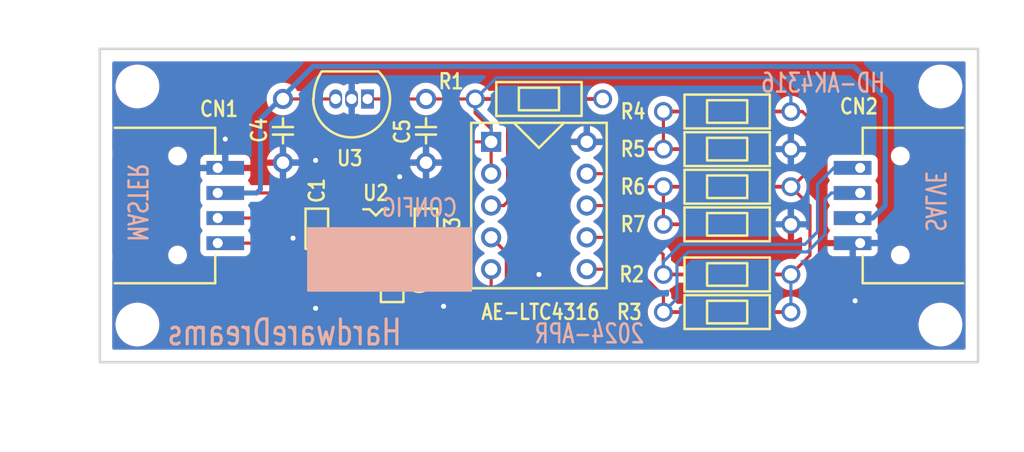
<source format=kicad_pcb>
(kicad_pcb (version 20221018) (generator pcbnew)
  (layers (0 "F.Cu" signal) (31 "B.Cu" signal) (34 "B.Paste" user) (35 "F.Paste" user) (36 "B.SilkS" user "B.Silkscreen") (37 "F.SilkS" user "F.Silkscreen") (38 "B.Mask" user) (39 "F.Mask" user) (44 "Edge.Cuts" user))
  (net 0 "")
  (net 1 "Net-(U1-SCLIN)")
  (net 2 "Net-(U1-SDAIN)")
  (net 3 "Net-(U1-SCLOUT)")
  (net 4 "Net-(U1-SDAOUT)")
  (net 5 "Net-(U1-XORH)")
  (net 6 "Net-(U1-XORL)")
  (net 7 "+5V")
  (net 8 "GND")
  (net 9 "Net-(U2-BYP)")
  (net 10 "+3V3")
  (net 11 "Net-(U1-READY)")
  (footprint "generic:generic-R1608-thru" (layer "F.Cu") (at 175 64)
    (fp_text reference "R7" (at -7.5 0 unlocked) (layer "F.SilkS") (effects (font (size 1.2 1) (thickness 0.2) bold)))
    (fp_text value "1000k" hide)
    (fp_line (start -3.4 -1.35) (end -3.4 1.35) (stroke (width 0.2)) (layer "F.SilkS"))
    (fp_line (start -3.4 1.35) (end 3.4 1.35) (stroke (width 0.2)) (layer "F.SilkS"))
    (fp_line (start 3.4 -1.35) (end -3.4 -1.35) (stroke (width 0.2)) (layer "F.SilkS"))
    (fp_line (start 3.4 1.35) (end 3.4 -1.35) (stroke (width 0.2)) (layer "F.SilkS"))
    (fp_rect (start -1.6 -0.9) (end 1.6 0.9) (stroke (width 0.2)) (fill none) (layer "F.SilkS"))
    (pad "1" thru_hole circle (at -5.08 0) (size 1.5 1.5) (drill 1) (layers "*.Cu" "*.Mask") (net 6 "Net-(U1-XORL)"))
    (pad "1" smd rect (at -2.93 0) (size 4.54 0.3) (layers "F.Cu") (net 6 "Net-(U1-XORL)"))
    (pad "1" smd rect (at -0.8 0) (size 0.8 0.8) (layers "F.Cu" "F.Paste" "F.Mask") (net 6 "Net-(U1-XORL)"))
    (pad "2" smd rect (at 0.8 0) (size 0.8 0.8) (layers "F.Cu" "F.Paste" "F.Mask") (net 8 "GND"))
    (pad "2" smd rect (at 3 0) (size 4.54 0.3) (layers "F.Cu") (net 8 "GND"))
    (pad "2" thru_hole circle (at 5.08 0) (size 1.5 1.5) (drill 1) (layers "*.Cu" "*.Mask") (net 8 "GND"))
  )
  (footprint "Akizuki:AE-LTC4316" (layer "F.Cu") (at 160 62.5 -90)
    (fp_text reference "U1" (at 5.6 7 unlocked) (layer "F.SilkS") (effects (font (size 1.2 1) (thickness 0.2) bold)))
    (fp_text value "AE-LTC4316")
    (fp_line (start -6.6 -2) (end -4.6 0) (stroke (width 0.2)) (layer "F.SilkS"))
    (fp_line (start -6.6 2) (end -4.6 0) (stroke (width 0.2)) (layer "F.SilkS"))
    (fp_rect (start -6.6 -5.4) (end 6.6 5.4) (stroke (width 0.2)) (fill none) (layer "F.SilkS"))
    (pad "1" thru_hole rect (at -5.08 3.81 270) (size 1.6 1.6) (drill 1) (layers "*.Cu" "*.Mask") (net 10 "+3V3"))
    (pad "2" thru_hole circle (at -2.54 3.81 270) (size 1.6 1.6) (drill 1) (layers "*.Cu" "*.Mask") (net 10 "+3V3"))
    (pad "3" thru_hole circle (at 0 3.81 270) (size 1.6 1.6) (drill 1) (layers "*.Cu" "*.Mask") (net 11 "Net-(U1-READY)"))
    (pad "4" thru_hole circle (at 2.54 3.81 270) (size 1.6 1.6) (drill 1) (layers "*.Cu" "*.Mask") (net 1 "Net-(U1-SCLIN)"))
    (pad "5" thru_hole circle (at 5.08 3.81 270) (size 1.6 1.6) (drill 1) (layers "*.Cu" "*.Mask") (net 2 "Net-(U1-SDAIN)"))
    (pad "6" thru_hole circle (at 5.08 -3.81 270) (size 1.6 1.6) (drill 1) (layers "*.Cu" "*.Mask") (net 4 "Net-(U1-SDAOUT)"))
    (pad "7" thru_hole circle (at 2.54 -3.81 270) (size 1.6 1.6) (drill 1) (layers "*.Cu" "*.Mask") (net 3 "Net-(U1-SCLOUT)"))
    (pad "8" thru_hole circle (at 0 -3.81 270) (size 1.6 1.6) (drill 1) (layers "*.Cu" "*.Mask") (net 6 "Net-(U1-XORL)"))
    (pad "9" thru_hole circle (at -2.54 -3.81 270) (size 1.6 1.6) (drill 1) (layers "*.Cu" "*.Mask") (net 5 "Net-(U1-XORH)"))
    (pad "10" thru_hole circle (at -5.08 -3.81 270) (size 1.6 1.6) (drill 1) (layers "*.Cu" "*.Mask") (net 8 "GND"))
  )
  (footprint "generic:GENERIC-TO-92" (layer "F.Cu") (at 145 54 180)
    (fp_text reference "U3" (at 0.08 -4.735 unlocked) (layer "F.SilkS") (effects (font (size 1.2 1) (thickness 0.2) bold)))
    (fp_text value "LP2950L-33-T92-K")
    (fp_line (start -2.2 2.2) (end 2.25 2.2) (stroke (width 0.2)) (layer "F.SilkS"))
    (fp_arc (start -2.2 2.2) (mid -1.26467 -2.819515) (end 2.992172 0) (stroke (width 0.2)) (layer "F.SilkS"))
    (fp_arc (start 2.959004 0.000128) (mid 2.795286 1.147363) (end 2.310613 2.2) (stroke (width 0.2)) (layer "F.SilkS"))
    (pad "1" thru_hole rect (at -1.34 0 180) (size 1.016 1.524) (drill 0.8) (layers "*.Cu" "*.Mask") (net 10 "+3V3"))
    (pad "2" thru_hole oval (at -0.07 0 180) (size 1.016 1.524) (drill 0.8) (layers "*.Cu" "*.Mask") (net 8 "GND"))
    (pad "3" thru_hole oval (at 1.2 0 180) (size 1.016 1.524) (drill 0.8) (layers "*.Cu" "*.Mask") (net 7 "+5V"))
  )
  (footprint "generic:generic-R1608-thru" (layer "F.Cu") (at 160 54)
    (fp_text reference "R1" (at -7 -1.4 unlocked) (layer "F.SilkS") (effects (font (size 1.2 1) (thickness 0.2) bold)))
    (fp_text value "10k" hide)
    (fp_line (start -3.4 -1.35) (end -3.4 1.35) (stroke (width 0.2)) (layer "F.SilkS"))
    (fp_line (start -3.4 1.35) (end 3.4 1.35) (stroke (width 0.2)) (layer "F.SilkS"))
    (fp_line (start 3.4 -1.35) (end -3.4 -1.35) (stroke (width 0.2)) (layer "F.SilkS"))
    (fp_line (start 3.4 1.35) (end 3.4 -1.35) (stroke (width 0.2)) (layer "F.SilkS"))
    (fp_rect (start -1.6 -0.9) (end 1.6 0.9) (stroke (width 0.2)) (fill none) (layer "F.SilkS"))
    (pad "1" thru_hole circle (at -5.08 0) (size 1.5 1.5) (drill 1) (layers "*.Cu" "*.Mask") (net 10 "+3V3"))
    (pad "1" smd rect (at -2.93 0) (size 4.54 0.3) (layers "F.Cu") (net 10 "+3V3"))
    (pad "1" smd rect (at -0.8 0) (size 0.8 0.8) (layers "F.Cu" "F.Paste" "F.Mask") (net 10 "+3V3"))
    (pad "2" smd rect (at 0.8 0) (size 0.8 0.8) (layers "F.Cu" "F.Paste" "F.Mask") (net 11 "Net-(U1-READY)"))
    (pad "2" smd rect (at 3 0) (size 4.54 0.3) (layers "F.Cu") (net 11 "Net-(U1-READY)"))
    (pad "2" thru_hole circle (at 5.08 0) (size 1.5 1.5) (drill 1) (layers "*.Cu" "*.Mask") (net 11 "Net-(U1-READY)"))
  )
  (footprint "generic:generic-R1608-thru" (layer "F.Cu") (at 175 55 180)
    (fp_text reference "R4" (at 7.5 0 unlocked) (layer "F.SilkS") (effects (font (size 1.2 1) (thickness 0.2) bold)))
    (fp_text value "OPEN" hide)
    (fp_line (start -3.4 -1.35) (end -3.4 1.35) (stroke (width 0.2)) (layer "F.SilkS"))
    (fp_line (start -3.4 1.35) (end 3.4 1.35) (stroke (width 0.2)) (layer "F.SilkS"))
    (fp_line (start 3.4 -1.35) (end -3.4 -1.35) (stroke (width 0.2)) (layer "F.SilkS"))
    (fp_line (start 3.4 1.35) (end 3.4 -1.35) (stroke (width 0.2)) (layer "F.SilkS"))
    (fp_rect (start -1.6 -0.9) (end 1.6 0.9) (stroke (width 0.2)) (fill none) (layer "F.SilkS"))
    (pad "1" thru_hole circle (at -5.08 0 180) (size 1.5 1.5) (drill 1) (layers "*.Cu" "*.Mask") (net 10 "+3V3"))
    (pad "1" smd rect (at -2.93 0 180) (size 4.54 0.3) (layers "F.Cu") (net 10 "+3V3"))
    (pad "1" smd rect (at -0.8 0 180) (size 0.8 0.8) (layers "F.Cu" "F.Paste" "F.Mask") (net 10 "+3V3"))
    (pad "2" smd rect (at 0.8 0 180) (size 0.8 0.8) (layers "F.Cu" "F.Paste" "F.Mask") (net 5 "Net-(U1-XORH)"))
    (pad "2" smd rect (at 3 0 180) (size 4.54 0.3) (layers "F.Cu") (net 5 "Net-(U1-XORH)"))
    (pad "2" thru_hole circle (at 5.08 0 180) (size 1.5 1.5) (drill 1) (layers "*.Cu" "*.Mask") (net 5 "Net-(U1-XORH)"))
  )
  (footprint "mounting-hole:M2.6-none" (layer "F.Cu") (at 192 53)
    (fp_text reference "REF**" hide)
    (fp_text value "M2.6-none")
    (pad "" np_thru_hole circle (at 0 0) (size 2 2) (drill 3) (layers "F&B.Cu" "*.Mask"))
  )
  (footprint "generic:generic-thru-c" (layer "F.Cu") (at 139.6 56.54 -90)
    (fp_text reference "C4" (at -0.04 1.9 90 unlocked) (layer "F.SilkS") (effects (font (size 1.2 1) (thickness 0.2) bold)))
    (fp_text value "1u" hide)
    (fp_line (start -1 0) (end -0.3 0) (stroke (width 0.2)) (layer "F.SilkS"))
    (fp_line (start -0.3 -0.8) (end -0.3 0.8) (stroke (width 0.2)) (layer "F.SilkS"))
    (fp_line (start 0.3 0.8) (end 0.3 -0.8) (stroke (width 0.2)) (layer "F.SilkS"))
    (fp_line (start 1 0) (end 0.3 0) (stroke (width 0.2)) (layer "F.SilkS"))
    (pad "1" thru_hole circle (at -2.54 0 270) (size 1.6 1.6) (drill 1) (layers "*.Cu" "*.Mask") (net 7 "+5V"))
    (pad "2" thru_hole circle (at 2.54 0 270) (size 1.6 1.6) (drill 1) (layers "*.Cu" "*.Mask") (net 8 "GND"))
  )
  (footprint "generic:generic-c1608" (layer "F.Cu") (at 142.3 64.35 -90)
    (fp_text reference "C1" (at -3.05 0 90 unlocked) (layer "F.SilkS") (effects (font (size 1.2 1) (thickness 0.2) bold)))
    (fp_text value "1u" hide)
    (fp_rect (start -1.6 0.9) (end 1.6 -0.9) (stroke (width 0.2)) (fill none) (layer "F.SilkS"))
    (pad "1" smd rect (at -0.8 0 270) (size 0.8 0.8) (layers "F.Cu" "F.Paste" "F.Mask") (net 7 "+5V"))
    (pad "2" smd rect (at 0.8 0 270) (size 0.8 0.8) (layers "F.Cu" "F.Paste" "F.Mask") (net 8 "GND"))
  )
  (footprint "mounting-hole:M2.6-none" (layer "F.Cu") (at 128 53)
    (fp_text reference "REF**" hide)
    (fp_text value "M2.6-none")
    (pad "" np_thru_hole circle (at 0 0) (size 2 2) (drill 3) (layers "F&B.Cu" "*.Mask"))
  )
  (footprint "grove:grove-HY-2-THRU" (layer "F.Cu") (at 131.2 62.5 -90)
    (fp_text reference "CN1" (at -7.7 -3.3 unlocked) (layer "F.SilkS") (effects (font (size 1.2 1) (thickness 0.2) bold)))
    (fp_text value "HY-2-THRU")
    (fp_line (start -6.2 -3) (end -4 -3) (stroke (width 0.2)) (layer "F.SilkS"))
    (fp_line (start -6.2 5) (end -6.2 -3) (stroke (width 0.2)) (layer "F.SilkS"))
    (fp_line (start 6.2 -3) (end 4 -3) (stroke (width 0.2)) (layer "F.SilkS"))
    (fp_line (start 6.2 5) (end 6.2 -3) (stroke (width 0.2)) (layer "F.SilkS"))
    (pad "" smd rect (at -5.15 3.3 270) (size 1.5 3.8) (layers "F.Cu" "F.Paste" "F.Mask"))
    (pad "" np_thru_hole circle (at -3.95 0 270) (size 1 1) (drill 1) (layers "F&B.Cu" "*.Mask"))
    (pad "" np_thru_hole circle (at 3.95 0 270) (size 1 1) (drill 1) (layers "F&B.Cu" "*.Mask"))
    (pad "" smd rect (at 5.15 3.3 270) (size 1.5 3.8) (layers "F.Cu" "F.Paste" "F.Mask"))
    (pad "1" thru_hole rect (at 3 -3.2 270) (size 1.1 3) (drill 0.8 (offset 0 -0.6)) (layers "*.Cu" "*.Mask" "F.Paste") (net 1 "Net-(U1-SCLIN)"))
    (pad "2" thru_hole rect (at 1 -3.2 270) (size 1.1 3) (drill 0.8 (offset 0 -0.6)) (layers "*.Cu" "*.Mask" "F.Paste") (net 2 "Net-(U1-SDAIN)"))
    (pad "3" thru_hole rect (at -1 -3.2 270) (size 1.1 3) (drill 0.8 (offset 0 -0.6)) (layers "*.Cu" "*.Mask" "F.Paste") (net 7 "+5V"))
    (pad "4" thru_hole rect (at -3 -3.2 270) (size 1.1 3) (drill 0.8 (offset 0 -0.6)) (layers "*.Cu" "*.Mask" "F.Paste") (net 8 "GND"))
  )
  (footprint "generic:generic-c1608" (layer "F.Cu") (at 148.3 68.6 -90)
    (fp_text reference "C2" (at 0 -2.2 90 unlocked) (layer "F.SilkS") (effects (font (size 1.2 1) (thickness 0.2) bold)))
    (fp_text value "470p" hide)
    (fp_rect (start -1.6 0.9) (end 1.6 -0.9) (stroke (width 0.2)) (fill none) (layer "F.SilkS"))
    (pad "1" smd rect (at -0.8 0 270) (size 0.8 0.8) (layers "F.Cu" "F.Paste" "F.Mask") (net 9 "Net-(U2-BYP)"))
    (pad "2" smd rect (at 0.8 0 270) (size 0.8 0.8) (layers "F.Cu" "F.Paste" "F.Mask") (net 8 "GND"))
  )
  (footprint "grove:grove-HY-2-THRU" (layer "F.Cu") (at 188.8 62.5 90)
    (fp_text reference "CN2" (at 7.9 -3.3 unlocked) (layer "F.SilkS") (effects (font (size 1.2 1) (thickness 0.2) bold)))
    (fp_text value "HY-2-THRU")
    (fp_line (start -6.2 -3) (end -4 -3) (stroke (width 0.2)) (layer "F.SilkS"))
    (fp_line (start -6.2 5) (end -6.2 -3) (stroke (width 0.2)) (layer "F.SilkS"))
    (fp_line (start 6.2 -3) (end 4 -3) (stroke (width 0.2)) (layer "F.SilkS"))
    (fp_line (start 6.2 5) (end 6.2 -3) (stroke (width 0.2)) (layer "F.SilkS"))
    (pad "" smd rect (at -5.15 3.3 90) (size 1.5 3.8) (layers "F.Cu" "F.Paste" "F.Mask"))
    (pad "" np_thru_hole circle (at -3.95 0 90) (size 1 1) (drill 1) (layers "F&B.Cu" "*.Mask"))
    (pad "" np_thru_hole circle (at 3.95 0 90) (size 1 1) (drill 1) (layers "F&B.Cu" "*.Mask"))
    (pad "" smd rect (at 5.15 3.3 90) (size 1.5 3.8) (layers "F.Cu" "F.Paste" "F.Mask"))
    (pad "1" thru_hole rect (at 3 -3.2 90) (size 1.1 3) (drill 0.8 (offset 0 -0.6)) (layers "*.Cu" "*.Mask" "F.Paste") (net 3 "Net-(U1-SCLOUT)"))
    (pad "2" thru_hole rect (at 1 -3.2 90) (size 1.1 3) (drill 0.8 (offset 0 -0.6)) (layers "*.Cu" "*.Mask" "F.Paste") (net 4 "Net-(U1-SDAOUT)"))
    (pad "3" thru_hole rect (at -1 -3.2 90) (size 1.1 3) (drill 0.8 (offset 0 -0.6)) (layers "*.Cu" "*.Mask" "F.Paste") (net 7 "+5V"))
    (pad "4" thru_hole rect (at -3 -3.2 90) (size 1.1 3) (drill 0.8 (offset 0 -0.6)) (layers "*.Cu" "*.Mask" "F.Paste") (net 8 "GND"))
  )
  (footprint "generic:generic-thru-c" (layer "F.Cu") (at 151 56.54 -90)
    (fp_text reference "C5" (at 0.06 1.9 90 unlocked) (layer "F.SilkS") (effects (font (size 1.2 1) (thickness 0.2) bold)))
    (fp_text value "2.2u" hide)
    (fp_line (start -1 0) (end -0.3 0) (stroke (width 0.2)) (layer "F.SilkS"))
    (fp_line (start -0.3 -0.8) (end -0.3 0.8) (stroke (width 0.2)) (layer "F.SilkS"))
    (fp_line (start 0.3 0.8) (end 0.3 -0.8) (stroke (width 0.2)) (layer "F.SilkS"))
    (fp_line (start 1 0) (end 0.3 0) (stroke (width 0.2)) (layer "F.SilkS"))
    (pad "1" thru_hole circle (at -2.54 0 270) (size 1.6 1.6) (drill 1) (layers "*.Cu" "*.Mask") (net 10 "+3V3"))
    (pad "2" thru_hole circle (at 2.54 0 270) (size 1.6 1.6) (drill 1) (layers "*.Cu" "*.Mask") (net 8 "GND"))
  )
  (footprint "mounting-hole:M2.6-none" (layer "F.Cu") (at 128 72)
    (fp_text reference "REF**" hide)
    (fp_text value "M2.6-none")
    (pad "" np_thru_hole circle (at 0 0) (size 2 2) (drill 3) (layers "F&B.Cu" "*.Mask"))
  )
  (footprint "generic:generic-c1608" (layer "F.Cu") (at 151 64.35 -90)
    (fp_text reference "C3" (at 0.05 -2.1 90 unlocked) (layer "F.SilkS") (effects (font (size 1.2 1) (thickness 0.2) bold)))
    (fp_text value "2.2u" hide)
    (fp_rect (start -1.6 0.9) (end 1.6 -0.9) (stroke (width 0.2)) (fill none) (layer "F.SilkS"))
    (pad "1" smd rect (at -0.8 0 270) (size 0.8 0.8) (layers "F.Cu" "F.Paste" "F.Mask") (net 10 "+3V3"))
    (pad "2" smd rect (at 0.8 0 270) (size 0.8 0.8) (layers "F.Cu" "F.Paste" "F.Mask") (net 8 "GND"))
  )
  (footprint "generic:generic-R1608-thru" (layer "F.Cu") (at 175 68 180)
    (fp_text reference "R2" (at 7.6 0 unlocked) (layer "F.SilkS") (effects (font (size 1.2 1) (thickness 0.2) bold)))
    (fp_text value "10k" hide)
    (fp_line (start -3.4 -1.35) (end -3.4 1.35) (stroke (width 0.2)) (layer "F.SilkS"))
    (fp_line (start -3.4 1.35) (end 3.4 1.35) (stroke (width 0.2)) (layer "F.SilkS"))
    (fp_line (start 3.4 -1.35) (end -3.4 -1.35) (stroke (width 0.2)) (layer "F.SilkS"))
    (fp_line (start 3.4 1.35) (end 3.4 -1.35) (stroke (width 0.2)) (layer "F.SilkS"))
    (fp_rect (start -1.6 -0.9) (end 1.6 0.9) (stroke (width 0.2)) (fill none) (layer "F.SilkS"))
    (pad "1" thru_hole circle (at -5.08 0 180) (size 1.5 1.5) (drill 1) (layers "*.Cu" "*.Mask") (net 10 "+3V3"))
    (pad "1" smd rect (at -2.93 0 180) (size 4.54 0.3) (layers "F.Cu") (net 10 "+3V3"))
    (pad "1" smd rect (at -0.8 0 180) (size 0.8 0.8) (layers "F.Cu" "F.Paste" "F.Mask") (net 10 "+3V3"))
    (pad "2" smd rect (at 0.8 0 180) (size 0.8 0.8) (layers "F.Cu" "F.Paste" "F.Mask") (net 3 "Net-(U1-SCLOUT)"))
    (pad "2" smd rect (at 3 0 180) (size 4.54 0.3) (layers "F.Cu") (net 3 "Net-(U1-SCLOUT)"))
    (pad "2" thru_hole circle (at 5.08 0 180) (size 1.5 1.5) (drill 1) (layers "*.Cu" "*.Mask") (net 3 "Net-(U1-SCLOUT)"))
  )
  (footprint "mounting-hole:M2.6-none" (layer "F.Cu") (at 192 72)
    (fp_text reference "REF**" hide)
    (fp_text value "M2.6-none")
    (pad "" np_thru_hole circle (at 0 0) (size 2 2) (drill 3) (layers "F&B.Cu" "*.Mask"))
  )
  (footprint "generic:generic-R1608-thru" (layer "F.Cu") (at 175 61 180)
    (fp_text reference "R6" (at 7.5 0 unlocked) (layer "F.SilkS") (effects (font (size 1.2 1) (thickness 0.2) bold)))
    (fp_text value "887k" hide)
    (fp_line (start -3.4 -1.35) (end -3.4 1.35) (stroke (width 0.2)) (layer "F.SilkS"))
    (fp_line (start -3.4 1.35) (end 3.4 1.35) (stroke (width 0.2)) (layer "F.SilkS"))
    (fp_line (start 3.4 -1.35) (end -3.4 -1.35) (stroke (width 0.2)) (layer "F.SilkS"))
    (fp_line (start 3.4 1.35) (end 3.4 -1.35) (stroke (width 0.2)) (layer "F.SilkS"))
    (fp_rect (start -1.6 -0.9) (end 1.6 0.9) (stroke (width 0.2)) (fill none) (layer "F.SilkS"))
    (pad "1" thru_hole circle (at -5.08 0 180) (size 1.5 1.5) (drill 1) (layers "*.Cu" "*.Mask") (net 10 "+3V3"))
    (pad "1" smd rect (at -2.93 0 180) (size 4.54 0.3) (layers "F.Cu") (net 10 "+3V3"))
    (pad "1" smd rect (at -0.8 0 180) (size 0.8 0.8) (layers "F.Cu" "F.Paste" "F.Mask") (net 10 "+3V3"))
    (pad "2" smd rect (at 0.8 0 180) (size 0.8 0.8) (layers "F.Cu" "F.Paste" "F.Mask") (net 6 "Net-(U1-XORL)"))
    (pad "2" smd rect (at 3 0 180) (size 4.54 0.3) (layers "F.Cu") (net 6 "Net-(U1-XORL)"))
    (pad "2" thru_hole circle (at 5.08 0 180) (size 1.5 1.5) (drill 1) (layers "*.Cu" "*.Mask") (net 6 "Net-(U1-XORL)"))
  )
  (footprint "generic:generic-R1608-thru" (layer "F.Cu") (at 175 58)
    (fp_text reference "R5" (at -7.5 0 unlocked) (layer "F.SilkS") (effects (font (size 1.2 1) (thickness 0.2) bold)))
    (fp_text value "0" hide)
    (fp_line (start -3.4 -1.35) (end -3.4 1.35) (stroke (width 0.2)) (layer "F.SilkS"))
    (fp_line (start -3.4 1.35) (end 3.4 1.35) (stroke (width 0.2)) (layer "F.SilkS"))
    (fp_line (start 3.4 -1.35) (end -3.4 -1.35) (stroke (width 0.2)) (layer "F.SilkS"))
    (fp_line (start 3.4 1.35) (end 3.4 -1.35) (stroke (width 0.2)) (layer "F.SilkS"))
    (fp_rect (start -1.6 -0.9) (end 1.6 0.9) (stroke (width 0.2)) (fill none) (layer "F.SilkS"))
    (pad "1" thru_hole circle (at -5.08 0) (size 1.5 1.5) (drill 1) (layers "*.Cu" "*.Mask") (net 5 "Net-(U1-XORH)"))
    (pad "1" smd rect (at -2.93 0) (size 4.54 0.3) (layers "F.Cu") (net 5 "Net-(U1-XORH)"))
    (pad "1" smd rect (at -0.8 0) (size 0.8 0.8) (layers "F.Cu" "F.Paste" "F.Mask") (net 5 "Net-(U1-XORH)"))
    (pad "2" smd rect (at 0.8 0) (size 0.8 0.8) (layers "F.Cu" "F.Paste" "F.Mask") (net 8 "GND"))
    (pad "2" smd rect (at 3 0) (size 4.54 0.3) (layers "F.Cu") (net 8 "GND"))
    (pad "2" thru_hole circle (at 5.08 0) (size 1.5 1.5) (drill 1) (layers "*.Cu" "*.Mask") (net 8 "GND"))
  )
  (footprint "generic:generic-R1608-thru" (layer "F.Cu") (at 175 71 180)
    (fp_text reference "R3" (at 7.8 0 unlocked) (layer "F.SilkS") (effects (font (size 1.2 1) (thickness 0.2) bold)))
    (fp_text value "10k" hide)
    (fp_line (start -3.4 -1.35) (end -3.4 1.35) (stroke (width 0.2)) (layer "F.SilkS"))
    (fp_line (start -3.4 1.35) (end 3.4 1.35) (stroke (width 0.2)) (layer "F.SilkS"))
    (fp_line (start 3.4 -1.35) (end -3.4 -1.35) (stroke (width 0.2)) (layer "F.SilkS"))
    (fp_line (start 3.4 1.35) (end 3.4 -1.35) (stroke (width 0.2)) (layer "F.SilkS"))
    (fp_rect (start -1.6 -0.9) (end 1.6 0.9) (stroke (width 0.2)) (fill none) (layer "F.SilkS"))
    (pad "1" thru_hole circle (at -5.08 0 180) (size 1.5 1.5) (drill 1) (layers "*.Cu" "*.Mask") (net 10 "+3V3"))
    (pad "1" smd rect (at -2.93 0 180) (size 4.54 0.3) (layers "F.Cu") (net 10 "+3V3"))
    (pad "1" smd rect (at -0.8 0 180) (size 0.8 0.8) (layers "F.Cu" "F.Paste" "F.Mask") (net 10 "+3V3"))
    (pad "2" smd rect (at 0.8 0 180) (size 0.8 0.8) (layers "F.Cu" "F.Paste" "F.Mask") (net 4 "Net-(U1-SDAOUT)"))
    (pad "2" smd rect (at 3 0 180) (size 4.54 0.3) (layers "F.Cu") (net 4 "Net-(U1-SDAOUT)"))
    (pad "2" thru_hole circle (at 5.08 0 180) (size 1.5 1.5) (drill 1) (layers "*.Cu" "*.Mask") (net 4 "Net-(U1-SDAOUT)"))
  )
  (footprint "generic:generic-SOT23-5" (layer "F.Cu") (at 147 64.5 -90)
    (fp_text reference "U2" (at -3 0 unlocked) (layer "F.SilkS") (effects (font (size 1.2 1) (thickness 0.2))))
    (fp_text value "MIC5219-3.3YM5")
    (fp_line (start -1.7 -1) (end -1.7 -0.5) (stroke (width 0.2)) (layer "F.SilkS"))
    (fp_line (start -1.7 -0.5) (end -1.2 0) (stroke (width 0.2)) (layer "F.SilkS"))
    (fp_line (start -1.7 0.5) (end -1.7 1) (stroke (width 0.2)) (layer "F.SilkS"))
    (fp_line (start -1.7 0.5) (end -1.2 0) (stroke (width 0.2)) (layer "F.SilkS"))
    (fp_line (start 1.7 -1) (end 1.7 1) (stroke (width 0.2)) (layer "F.SilkS"))
    (pad "1" smd rect (at -0.95 1.3 270) (size 0.6 1.1) (layers "F.Cu" "F.Paste" "F.Mask") (net 7 "+5V"))
    (pad "2" smd rect (at 0 1.3 270) (size 0.6 1.1) (layers "F.Cu" "F.Paste" "F.Mask") (net 8 "GND"))
    (pad "3" smd rect (at 0.95 1.3 270) (size 0.6 1.1) (layers "F.Cu" "F.Paste" "F.Mask") (net 7 "+5V"))
    (pad "4" smd rect (at 0.95 -1.3 270) (size 0.6 1.1) (layers "F.Cu" "F.Paste" "F.Mask") (net 9 "Net-(U2-BYP)"))
    (pad "5" smd rect (at -0.95 -1.3 270) (size 0.6 1.1) (layers "F.Cu" "F.Paste" "F.Mask") (net 10 "+3V3"))
  )
  (gr_rect (start 141.6 64.3) (end 154.6 69.3) (stroke (width 0.15)) (fill solid) (layer "B.SilkS"))
  (gr_rect (start 125 50) (end 195 75) (stroke (width 0.2)) (fill none) (layer "Edge.Cuts"))
  (gr_text "2024-APR" (at 168.5 73.6) (layer "B.SilkS") (effects (font (size 1.5 1.1) (thickness 0.2) bold) (justify left bottom mirror)))
  (gr_text "MASTER" (at 127.1 65.5 270) (layer "B.SilkS") (effects (font (size 1.5 1.1) (thickness 0.2) bold) (justify left bottom mirror)))
  (gr_text "HardwareDreams" (at 149.2 73.8) (layer "B.SilkS") (effects (font (size 2 1.5) (thickness 0.25) bold) (justify left bottom mirror)))
  (gr_text "CONFIG" (at 153.6 63.5) (layer "B.SilkS") (effects (font (size 1.4 1.1) (thickness 0.2) bold) (justify left bottom mirror)))
  (gr_text "SALVE" (at 190.7 64.7 270) (layer "B.SilkS") (effects (font (size 1.5 1.1) (thickness 0.2) bold) (justify left bottom mirror)))
  (gr_text "HD-AK4316" (at 187.7 53.6) (layer "B.SilkS") (effects (font (size 1.5 1.1) (thickness 0.2) bold) (justify left bottom mirror)))
  (gr_text "AE-LTC4316" (at 155.3 71.7) (layer "F.SilkS") (effects (font (size 1.2 1) (thickness 0.2) bold) (justify left bottom)))
  (segment (start 155.8 72.8) (end 140.5 72.8) (width 0.25) (layer "F.Cu") (net 1))
  (segment (start 138.4 70.7) (end 138.4 66.7) (width 0.25) (layer "F.Cu") (net 1))
  (segment (start 137.2 65.5) (end 134.2 65.5) (width 0.25) (layer "F.Cu") (net 1))
  (segment (start 157.4 66.25) (end 157.4 71.2) (width 0.25) (layer "F.Cu") (net 1))
  (segment (start 138.4 66.7) (end 137.2 65.5) (width 0.25) (layer "F.Cu") (net 1))
  (segment (start 157.4 71.2) (end 155.8 72.8) (width 0.25) (layer "F.Cu") (net 1))
  (segment (start 140.5 72.8) (end 138.4 70.7) (width 0.25) (layer "F.Cu") (net 1))
  (segment (start 156.19 65.04) (end 157.4 66.25) (width 0.25) (layer "F.Cu") (net 1))
  (segment (start 139.1 65.5) (end 137.1 63.5) (width 0.25) (layer "F.Cu") (net 2))
  (segment (start 137.1 63.5) (end 134.2 63.5) (width 0.25) (layer "F.Cu") (net 2))
  (segment (start 139.1 70.4) (end 139.1 65.5) (width 0.25) (layer "F.Cu") (net 2))
  (segment (start 155.4 72.2) (end 140.9 72.2) (width 0.25) (layer "F.Cu") (net 2))
  (segment (start 140.9 72.2) (end 139.1 70.4) (width 0.25) (layer "F.Cu") (net 2))
  (segment (start 156.19 67.58) (end 156.19 71.41) (width 0.25) (layer "F.Cu") (net 2))
  (segment (start 156.19 71.41) (end 155.4 72.2) (width 0.25) (layer "F.Cu") (net 2))
  (segment (start 168.54 65.04) (end 169.9 66.4) (width 0.25) (layer "F.Cu") (net 3))
  (segment (start 169.9 66.4) (end 169.9 68) (width 0.25) (layer "F.Cu") (net 3))
  (segment (start 163.81 65.04) (end 168.54 65.04) (width 0.25) (layer "F.Cu") (net 3))
  (segment (start 169.9 68) (end 169.92 68) (width 0.25) (layer "F.Cu") (net 3))
  (segment (start 169.92 66.98) (end 171.3 65.6) (width 0.25) (layer "B.Cu") (net 3))
  (segment (start 182.2 60.8) (end 183.5 59.5) (width 0.25) (layer "B.Cu") (net 3))
  (segment (start 181.2 65.6) (end 182.2 64.6) (width 0.25) (layer "B.Cu") (net 3))
  (segment (start 183.5 59.5) (end 185.8 59.5) (width 0.25) (layer "B.Cu") (net 3))
  (segment (start 169.92 68) (end 169.92 66.98) (width 0.25) (layer "B.Cu") (net 3))
  (segment (start 182.2 64.6) (end 182.2 60.8) (width 0.25) (layer "B.Cu") (net 3))
  (segment (start 171.3 65.6) (end 181.2 65.6) (width 0.25) (layer "B.Cu") (net 3))
  (segment (start 163.81 67.58) (end 167.78 67.58) (width 0.25) (layer "F.Cu") (net 4))
  (segment (start 169.92 69.72) (end 169.92 71) (width 0.25) (layer "F.Cu") (net 4))
  (segment (start 167.78 67.58) (end 169.92 69.72) (width 0.25) (layer "F.Cu") (net 4))
  (segment (start 169.92 71) (end 171 69.92) (width 0.25) (layer "B.Cu") (net 4))
  (segment (start 171.9 66.2) (end 181.4 66.2) (width 0.25) (layer "B.Cu") (net 4))
  (segment (start 171 67.1) (end 171.9 66.2) (width 0.25) (layer "B.Cu") (net 4))
  (segment (start 171 69.92) (end 171 67.1) (width 0.25) (layer "B.Cu") (net 4))
  (segment (start 182.8 64.8) (end 182.8 62) (width 0.25) (layer "B.Cu") (net 4))
  (segment (start 183.3 61.5) (end 185.8 61.5) (width 0.25) (layer "B.Cu") (net 4))
  (segment (start 181.4 66.2) (end 182.8 64.8) (width 0.25) (layer "B.Cu") (net 4))
  (segment (start 182.8 62) (end 183.3 61.5) (width 0.25) (layer "B.Cu") (net 4))
  (segment (start 163.81 59.96) (end 165.79 59.96) (width 0.25) (layer "F.Cu") (net 5))
  (segment (start 167.675 58.075) (end 167.75 58) (width 0.25) (layer "F.Cu") (net 5))
  (segment (start 169.92 55) (end 169.92 58) (width 0.25) (layer "F.Cu") (net 5))
  (segment (start 165.79 59.96) (end 167.675 58.075) (width 0.25) (layer "F.Cu") (net 5))
  (segment (start 169.92 58) (end 167.75 58) (width 0.25) (layer "F.Cu") (net 5))
  (segment (start 167.8 61) (end 169.92 61) (width 0.25) (layer "F.Cu") (net 6))
  (segment (start 163.81 62.5) (end 166.3 62.5) (width 0.25) (layer "F.Cu") (net 6))
  (segment (start 166.3 62.5) (end 167.8 61) (width 0.25) (layer "F.Cu") (net 6))
  (segment (start 169.92 61) (end 169.92 64) (width 0.25) (layer "F.Cu") (net 6))
  (segment (start 147 65.1) (end 146.6 65.5) (width 0.25) (layer "F.Cu") (net 7))
  (segment (start 140.85 63.55) (end 142.3 63.55) (width 0.25) (layer "F.Cu") (net 7))
  (segment (start 143.8 54) (end 139.6 54) (width 0.25) (layer "F.Cu") (net 7))
  (segment (start 146.65 63.55) (end 147 63.9) (width 0.25) (layer "F.Cu") (net 7))
  (segment (start 134.225 61.475) (end 134.2 61.5) (width 0.25) (layer "F.Cu") (net 7))
  (segment (start 134.375 61.475) (end 134.225 61.475) (width 0.25) (layer "F.Cu") (net 7))
  (segment (start 147 63.9) (end 147 65.1) (width 0.25) (layer "F.Cu") (net 7))
  (segment (start 139.605 53.765) (end 139.6 53.76) (width 0.25) (layer "F.Cu") (net 7))
  (segment (start 144.175 53.76) (end 144.18 53.765) (width 0.25) (layer "F.Cu") (net 7))
  (segment (start 146.6 65.5) (end 145.75 65.5) (width 0.25) (layer "F.Cu") (net 7))
  (segment (start 134.4 61.5) (end 138.8 61.5) (width 0.25) (layer "F.Cu") (net 7))
  (segment (start 138.8 61.5) (end 140.85 63.55) (width 0.25) (layer "F.Cu") (net 7))
  (segment (start 145.75 65.5) (end 145.7 65.45) (width 0.25) (layer "F.Cu") (net 7))
  (segment (start 145.7 63.55) (end 142.3 63.55) (width 0.25) (layer "F.Cu") (net 7))
  (segment (start 134.4 61.5) (end 134.375 61.475) (width 0.25) (layer "F.Cu") (net 7))
  (segment (start 145.7 63.55) (end 146.65 63.55) (width 0.25) (layer "F.Cu") (net 7))
  (segment (start 142 51.4) (end 185.1 51.4) (width 0.4) (layer "B.Cu") (net 7))
  (segment (start 187.6 53.9) (end 187.6 62.5) (width 0.4) (layer "B.Cu") (net 7))
  (segment (start 137.8 55.6) (end 142 51.4) (width 0.4) (layer "B.Cu") (net 7))
  (segment (start 137.5 61.5) (end 137.8 61.2) (width 0.4) (layer "B.Cu") (net 7))
  (segment (start 137.8 61.2) (end 137.8 55.6) (width 0.4) (layer "B.Cu") (net 7))
  (segment (start 185.1 51.4) (end 187.6 53.9) (width 0.4) (layer "B.Cu") (net 7))
  (segment (start 134.4 61.5) (end 137.5 61.5) (width 0.4) (layer "B.Cu") (net 7))
  (segment (start 187.6 62.5) (end 186.6 63.5) (width 0.4) (layer "B.Cu") (net 7))
  (segment (start 186.6 63.5) (end 185.8 63.5) (width 0.4) (layer "B.Cu") (net 7))
  (via (at 142.2 58.9) (size 0.8) (drill 0.4) (layers "F.Cu" "B.Cu") (net 8))
  (via (at 142.2 70.7) (size 0.8) (drill 0.4) (layers "F.Cu" "B.Cu") (net 8))
  (via (at 152.4 70.54) (size 0.8) (drill 0.4) (layers "F.Cu" "B.Cu") (net 8))
  (via (at 160 68) (size 0.8) (drill 0.4) (layers "F.Cu" "B.Cu") (net 8))
  (via (at 148.9 60.2) (size 0.8) (drill 0.4) (layers "F.Cu" "B.Cu") (net 8))
  (via (at 185.2 70.1) (size 0.8) (drill 0.4) (layers "F.Cu" "B.Cu") (net 8))
  (via (at 135 57.2) (size 0.8) (drill 0.4) (layers "F.Cu" "B.Cu") (net 8))
  (via (at 140.4 65.1) (size 0.8) (drill 0.4) (layers "F.Cu" "B.Cu") (net 8))
  (segment (start 135 58.9) (end 135 57.2) (width 0.25) (layer "B.Cu") (net 8))
  (segment (start 134.4 59.5) (end 135 58.9) (width 0.25) (layer "B.Cu") (net 8))
  (segment (start 185.6 65.5) (end 185.2 65.5) (width 0.25) (layer "B.Cu") (net 8))
  (segment (start 148.3 65.45) (end 148.3 67.8) (width 0.25) (layer "F.Cu") (net 9))
  (segment (start 156.19 57.42) (end 156.19 59.96) (width 0.25) (layer "F.Cu") (net 10))
  (segment (start 181 55) (end 181.7 55.7) (width 0.25) (layer "F.Cu") (net 10))
  (segment (start 153.6 62.7) (end 153.6 58.2) (width 0.25) (layer "F.Cu") (net 10))
  (segment (start 155.92 54) (end 151 54) (width 0.25) (layer "F.Cu") (net 10))
  (segment (start 156.19 56.39) (end 156.19 57.42) (width 0.25) (layer "F.Cu") (net 10))
  (segment (start 148.3 63.55) (end 151 63.55) (width 0.25) (layer "F.Cu") (net 10))
  (segment (start 151 63.55) (end 152.75 63.55) (width 0.25) (layer "F.Cu") (net 10))
  (segment (start 181.7 59.5) (end 180.2 61) (width 0.25) (layer "F.Cu") (net 10))
  (segment (start 181.6 66.48) (end 180.08 68) (width 0.25) (layer "F.Cu") (net 10))
  (segment (start 154.92 54) (end 154.92 55.12) (width 0.25) (layer "F.Cu") (net 10))
  (segment (start 146.34 54) (end 151 54) (width 0.25) (layer "F.Cu") (net 10))
  (segment (start 154.38 57.42) (end 156.19 57.42) (width 0.25) (layer "F.Cu") (net 10))
  (segment (start 180.08 61) (end 181.6 62.52) (width 0.25) (layer "F.Cu") (net 10))
  (segment (start 146.3 53.805) (end 146.34 53.765) (width 0.25) (layer "F.Cu") (net 10))
  (segment (start 181.6 62.52) (end 181.6 66.48) (width 0.25) (layer "F.Cu") (net 10))
  (segment (start 152.75 63.55) (end 153.6 62.7) (width 0.25) (layer "F.Cu") (net 10))
  (segment (start 180.08 55) (end 181 55) (width 0.25) (layer "F.Cu") (net 10))
  (segment (start 154.92 55.12) (end 156.19 56.39) (width 0.25) (layer "F.Cu") (net 10))
  (segment (start 181.7 55.7) (end 181.7 59.5) (width 0.25) (layer "F.Cu") (net 10))
  (segment (start 146.345 53.76) (end 146.34 53.765) (width 0.25) (layer "F.Cu") (net 10))
  (segment (start 153.6 58.2) (end 154.38 57.42) (width 0.25) (layer "F.Cu") (net 10))
  (segment (start 180.2 61) (end 180.08 61) (width 0.25) (layer "F.Cu") (net 10))
  (segment (start 180.08 68) (end 180.08 71) (width 0.25) (layer "B.Cu") (net 10))
  (segment (start 156.19 56.09) (end 154.92 54.82) (width 0.25) (layer "B.Cu") (net 10))
  (segment (start 154.92 54.82) (end 154.92 54) (width 0.25) (layer "B.Cu") (net 10))
  (segment (start 180.08 55) (end 180.08 53.78) (width 0.25) (layer "B.Cu") (net 10))
  (segment (start 156.62 52.3) (end 154.92 54) (width 0.25) (layer "B.Cu") (net 10))
  (segment (start 156.19 57.42) (end 156.19 56.09) (width 0.25) (layer "B.Cu") (net 10))
  (segment (start 178.6 52.3) (end 156.62 52.3) (width 0.25) (layer "B.Cu") (net 10))
  (segment (start 180.08 53.78) (end 178.6 52.3) (width 0.25) (layer "B.Cu") (net 10))
  (segment (start 157.5 56.3) (end 157.5 62.2) (width 0.25) (layer "F.Cu") (net 11))
  (segment (start 158.3 55.5) (end 157.5 56.3) (width 0.25) (layer "F.Cu") (net 11))
  (segment (start 160.8 54) (end 160.8 55.1) (width 0.25) (layer "F.Cu") (net 11))
  (segment (start 160.4 55.5) (end 158.3 55.5) (width 0.25) (layer "F.Cu") (net 11))
  (segment (start 157.2 62.5) (end 156.19 62.5) (width 0.25) (layer "F.Cu") (net 11))
  (segment (start 160.8 55.1) (end 160.4 55.5) (width 0.25) (layer "F.Cu") (net 11))
  (segment (start 157.5 62.2) (end 157.2 62.5) (width 0.25) (layer "F.Cu") (net 11))
  (zone (net 0) (net_name "") (layer "F.Cu") (connect_pads (clearance 0)) (min_thickness 0.25)
    (keepout (tracks not_allowed) (vias not_allowed) (pads not_allowed) (copperpour not_allowed) (footprints allowed))
    (fill (thermal_gap 0.5) (thermal_bridge_width 0.5))
    (polygon (pts (xy 170.6 58.9) (xy 170.6 60) (xy 170.1 60) (xy 170.1 58.9)))
  )
  (zone (net 0) (net_name "") (layer "F.Cu") (connect_pads (clearance 0)) (min_thickness 0.25)
    (keepout (tracks not_allowed) (vias not_allowed) (pads not_allowed) (copperpour not_allowed) (footprints allowed))
    (fill (thermal_gap 0.5) (thermal_bridge_width 0.5))
    (polygon (pts (xy 139.7 65.4) (xy 139.4 65.4) (xy 139.4 63) (xy 139.7 63)))
  )
  (zone (net 0) (net_name "") (layer "F.Cu") (connect_pads (clearance 0)) (min_thickness 0.25)
    (keepout (tracks not_allowed) (vias not_allowed) (pads not_allowed) (copperpour not_allowed) (footprints allowed))
    (fill (thermal_gap 0.5) (thermal_bridge_width 0.5))
    (polygon (pts (xy 155.6 63.6) (xy 153.4 63.6) (xy 153.4 63.2) (xy 155.6 63.2)))
  )
  (zone (net 8) (net_name "GND") (layers "F&B.Cu") (connect_pads (clearance 0.5)) (min_thickness 0.25) (fill yes (thermal_gap 0.5) (thermal_bridge_width 0.5))
    (polygon (pts (xy 125 50) (xy 194.9 50) (xy 194.9 75) (xy 125 75)))
  )
  (zone (net 0) (net_name "") (layers "F.Cu" "Dwgs.User") (connect_pads (clearance 0)) (min_thickness 0.25)
    (keepout (tracks not_allowed) (vias not_allowed) (pads not_allowed) (copperpour not_allowed) (footprints allowed))
    (fill (thermal_gap 0.5) (thermal_bridge_width 0.5))
    (polygon (pts (xy 149.3 65.3) (xy 149.1 65.3) (xy 149.1 64) (xy 149.3 64)))
  )
)
</source>
